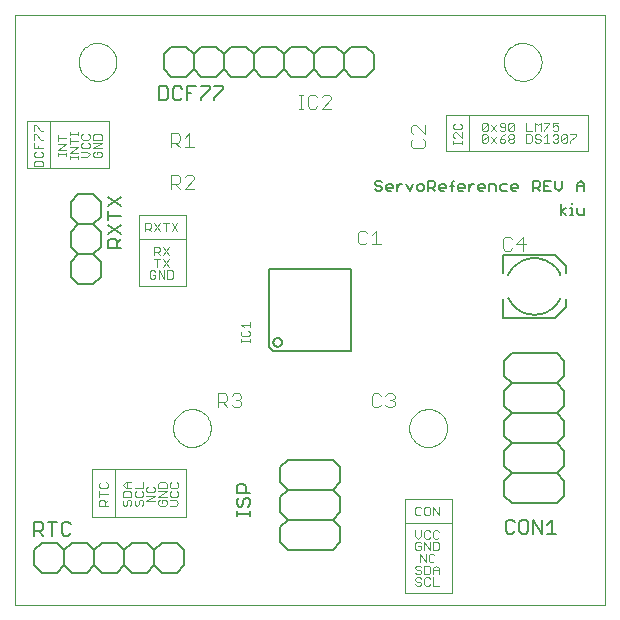
<source format=gto>
G75*
G70*
%OFA0B0*%
%FSLAX24Y24*%
%IPPOS*%
%LPD*%
%AMOC8*
5,1,8,0,0,1.08239X$1,22.5*
%
%ADD10C,0.0000*%
%ADD11C,0.0040*%
%ADD12C,0.0039*%
%ADD13C,0.0060*%
%ADD14C,0.0030*%
%ADD15C,0.0050*%
%ADD16C,0.0080*%
D10*
X000574Y000574D02*
X020259Y000574D01*
X020259Y020259D01*
X000574Y020259D01*
X000574Y000574D01*
X005849Y006479D02*
X005851Y006529D01*
X005857Y006579D01*
X005867Y006628D01*
X005881Y006676D01*
X005898Y006723D01*
X005919Y006768D01*
X005944Y006812D01*
X005972Y006853D01*
X006004Y006892D01*
X006038Y006929D01*
X006075Y006963D01*
X006115Y006993D01*
X006157Y007020D01*
X006201Y007044D01*
X006247Y007065D01*
X006294Y007081D01*
X006342Y007094D01*
X006392Y007103D01*
X006441Y007108D01*
X006492Y007109D01*
X006542Y007106D01*
X006591Y007099D01*
X006640Y007088D01*
X006688Y007073D01*
X006734Y007055D01*
X006779Y007033D01*
X006822Y007007D01*
X006863Y006978D01*
X006902Y006946D01*
X006938Y006911D01*
X006970Y006873D01*
X007000Y006833D01*
X007027Y006790D01*
X007050Y006746D01*
X007069Y006700D01*
X007085Y006652D01*
X007097Y006603D01*
X007105Y006554D01*
X007109Y006504D01*
X007109Y006454D01*
X007105Y006404D01*
X007097Y006355D01*
X007085Y006306D01*
X007069Y006258D01*
X007050Y006212D01*
X007027Y006168D01*
X007000Y006125D01*
X006970Y006085D01*
X006938Y006047D01*
X006902Y006012D01*
X006863Y005980D01*
X006822Y005951D01*
X006779Y005925D01*
X006734Y005903D01*
X006688Y005885D01*
X006640Y005870D01*
X006591Y005859D01*
X006542Y005852D01*
X006492Y005849D01*
X006441Y005850D01*
X006392Y005855D01*
X006342Y005864D01*
X006294Y005877D01*
X006247Y005893D01*
X006201Y005914D01*
X006157Y005938D01*
X006115Y005965D01*
X006075Y005995D01*
X006038Y006029D01*
X006004Y006066D01*
X005972Y006105D01*
X005944Y006146D01*
X005919Y006190D01*
X005898Y006235D01*
X005881Y006282D01*
X005867Y006330D01*
X005857Y006379D01*
X005851Y006429D01*
X005849Y006479D01*
X013723Y006479D02*
X013725Y006529D01*
X013731Y006579D01*
X013741Y006628D01*
X013755Y006676D01*
X013772Y006723D01*
X013793Y006768D01*
X013818Y006812D01*
X013846Y006853D01*
X013878Y006892D01*
X013912Y006929D01*
X013949Y006963D01*
X013989Y006993D01*
X014031Y007020D01*
X014075Y007044D01*
X014121Y007065D01*
X014168Y007081D01*
X014216Y007094D01*
X014266Y007103D01*
X014315Y007108D01*
X014366Y007109D01*
X014416Y007106D01*
X014465Y007099D01*
X014514Y007088D01*
X014562Y007073D01*
X014608Y007055D01*
X014653Y007033D01*
X014696Y007007D01*
X014737Y006978D01*
X014776Y006946D01*
X014812Y006911D01*
X014844Y006873D01*
X014874Y006833D01*
X014901Y006790D01*
X014924Y006746D01*
X014943Y006700D01*
X014959Y006652D01*
X014971Y006603D01*
X014979Y006554D01*
X014983Y006504D01*
X014983Y006454D01*
X014979Y006404D01*
X014971Y006355D01*
X014959Y006306D01*
X014943Y006258D01*
X014924Y006212D01*
X014901Y006168D01*
X014874Y006125D01*
X014844Y006085D01*
X014812Y006047D01*
X014776Y006012D01*
X014737Y005980D01*
X014696Y005951D01*
X014653Y005925D01*
X014608Y005903D01*
X014562Y005885D01*
X014514Y005870D01*
X014465Y005859D01*
X014416Y005852D01*
X014366Y005849D01*
X014315Y005850D01*
X014266Y005855D01*
X014216Y005864D01*
X014168Y005877D01*
X014121Y005893D01*
X014075Y005914D01*
X014031Y005938D01*
X013989Y005965D01*
X013949Y005995D01*
X013912Y006029D01*
X013878Y006066D01*
X013846Y006105D01*
X013818Y006146D01*
X013793Y006190D01*
X013772Y006235D01*
X013755Y006282D01*
X013741Y006330D01*
X013731Y006379D01*
X013725Y006429D01*
X013723Y006479D01*
X016873Y018684D02*
X016875Y018734D01*
X016881Y018784D01*
X016891Y018833D01*
X016905Y018881D01*
X016922Y018928D01*
X016943Y018973D01*
X016968Y019017D01*
X016996Y019058D01*
X017028Y019097D01*
X017062Y019134D01*
X017099Y019168D01*
X017139Y019198D01*
X017181Y019225D01*
X017225Y019249D01*
X017271Y019270D01*
X017318Y019286D01*
X017366Y019299D01*
X017416Y019308D01*
X017465Y019313D01*
X017516Y019314D01*
X017566Y019311D01*
X017615Y019304D01*
X017664Y019293D01*
X017712Y019278D01*
X017758Y019260D01*
X017803Y019238D01*
X017846Y019212D01*
X017887Y019183D01*
X017926Y019151D01*
X017962Y019116D01*
X017994Y019078D01*
X018024Y019038D01*
X018051Y018995D01*
X018074Y018951D01*
X018093Y018905D01*
X018109Y018857D01*
X018121Y018808D01*
X018129Y018759D01*
X018133Y018709D01*
X018133Y018659D01*
X018129Y018609D01*
X018121Y018560D01*
X018109Y018511D01*
X018093Y018463D01*
X018074Y018417D01*
X018051Y018373D01*
X018024Y018330D01*
X017994Y018290D01*
X017962Y018252D01*
X017926Y018217D01*
X017887Y018185D01*
X017846Y018156D01*
X017803Y018130D01*
X017758Y018108D01*
X017712Y018090D01*
X017664Y018075D01*
X017615Y018064D01*
X017566Y018057D01*
X017516Y018054D01*
X017465Y018055D01*
X017416Y018060D01*
X017366Y018069D01*
X017318Y018082D01*
X017271Y018098D01*
X017225Y018119D01*
X017181Y018143D01*
X017139Y018170D01*
X017099Y018200D01*
X017062Y018234D01*
X017028Y018271D01*
X016996Y018310D01*
X016968Y018351D01*
X016943Y018395D01*
X016922Y018440D01*
X016905Y018487D01*
X016891Y018535D01*
X016881Y018584D01*
X016875Y018634D01*
X016873Y018684D01*
X002700Y018684D02*
X002702Y018734D01*
X002708Y018784D01*
X002718Y018833D01*
X002732Y018881D01*
X002749Y018928D01*
X002770Y018973D01*
X002795Y019017D01*
X002823Y019058D01*
X002855Y019097D01*
X002889Y019134D01*
X002926Y019168D01*
X002966Y019198D01*
X003008Y019225D01*
X003052Y019249D01*
X003098Y019270D01*
X003145Y019286D01*
X003193Y019299D01*
X003243Y019308D01*
X003292Y019313D01*
X003343Y019314D01*
X003393Y019311D01*
X003442Y019304D01*
X003491Y019293D01*
X003539Y019278D01*
X003585Y019260D01*
X003630Y019238D01*
X003673Y019212D01*
X003714Y019183D01*
X003753Y019151D01*
X003789Y019116D01*
X003821Y019078D01*
X003851Y019038D01*
X003878Y018995D01*
X003901Y018951D01*
X003920Y018905D01*
X003936Y018857D01*
X003948Y018808D01*
X003956Y018759D01*
X003960Y018709D01*
X003960Y018659D01*
X003956Y018609D01*
X003948Y018560D01*
X003936Y018511D01*
X003920Y018463D01*
X003901Y018417D01*
X003878Y018373D01*
X003851Y018330D01*
X003821Y018290D01*
X003789Y018252D01*
X003753Y018217D01*
X003714Y018185D01*
X003673Y018156D01*
X003630Y018130D01*
X003585Y018108D01*
X003539Y018090D01*
X003491Y018075D01*
X003442Y018064D01*
X003393Y018057D01*
X003343Y018054D01*
X003292Y018055D01*
X003243Y018060D01*
X003193Y018069D01*
X003145Y018082D01*
X003098Y018098D01*
X003052Y018119D01*
X003008Y018143D01*
X002966Y018170D01*
X002926Y018200D01*
X002889Y018234D01*
X002855Y018271D01*
X002823Y018310D01*
X002795Y018351D01*
X002770Y018395D01*
X002749Y018440D01*
X002732Y018487D01*
X002718Y018535D01*
X002708Y018584D01*
X002702Y018634D01*
X002700Y018684D01*
D11*
X001268Y016577D02*
X001221Y016577D01*
X001221Y016390D01*
X001221Y016282D02*
X001268Y016282D01*
X001454Y016095D01*
X001501Y016095D01*
X001361Y015894D02*
X001361Y015801D01*
X001501Y015801D02*
X001221Y015801D01*
X001221Y015988D01*
X001221Y016095D02*
X001221Y016282D01*
X001454Y016390D02*
X001268Y016577D01*
X001454Y016390D02*
X001501Y016390D01*
X002008Y016233D02*
X002008Y016046D01*
X002008Y016140D02*
X002289Y016140D01*
X002402Y016135D02*
X002402Y015948D01*
X002402Y016041D02*
X002682Y016041D01*
X002796Y015941D02*
X002796Y015847D01*
X002842Y015801D01*
X003029Y015801D01*
X003076Y015847D01*
X003076Y015941D01*
X003029Y015988D01*
X003029Y016095D02*
X002842Y016095D01*
X002796Y016142D01*
X002796Y016235D01*
X002842Y016282D01*
X002682Y016289D02*
X002402Y016289D01*
X002402Y016243D02*
X002402Y016336D01*
X002682Y016336D02*
X002682Y016243D01*
X002842Y015988D02*
X002796Y015941D01*
X002682Y015840D02*
X002402Y015840D01*
X002289Y015752D02*
X002008Y015752D01*
X002289Y015938D01*
X002008Y015938D01*
X002008Y015649D02*
X002008Y015555D01*
X002008Y015602D02*
X002289Y015602D01*
X002289Y015555D02*
X002289Y015649D01*
X002402Y015653D02*
X002682Y015840D01*
X002796Y015693D02*
X002982Y015693D01*
X003076Y015599D01*
X002982Y015506D01*
X002796Y015506D01*
X002682Y015504D02*
X002402Y015504D01*
X002402Y015550D02*
X002402Y015457D01*
X002402Y015653D02*
X002682Y015653D01*
X002682Y015550D02*
X002682Y015457D01*
X003189Y015553D02*
X003236Y015506D01*
X003423Y015506D01*
X003470Y015553D01*
X003470Y015646D01*
X003423Y015693D01*
X003329Y015693D01*
X003329Y015599D01*
X003236Y015693D02*
X003189Y015646D01*
X003189Y015553D01*
X003189Y015801D02*
X003470Y015988D01*
X003189Y015988D01*
X003189Y016095D02*
X003189Y016235D01*
X003236Y016282D01*
X003423Y016282D01*
X003470Y016235D01*
X003470Y016095D01*
X003189Y016095D01*
X003076Y016142D02*
X003076Y016235D01*
X003029Y016282D01*
X003076Y016142D02*
X003029Y016095D01*
X003189Y015801D02*
X003470Y015801D01*
X001501Y015646D02*
X001501Y015553D01*
X001454Y015506D01*
X001268Y015506D01*
X001221Y015553D01*
X001221Y015646D01*
X001268Y015693D01*
X001454Y015693D02*
X001501Y015646D01*
X001454Y015398D02*
X001268Y015398D01*
X001221Y015352D01*
X001221Y015211D01*
X001501Y015211D01*
X001501Y015352D01*
X001454Y015398D01*
X004926Y013312D02*
X004926Y013032D01*
X004926Y013126D02*
X005066Y013126D01*
X005112Y013172D01*
X005112Y013266D01*
X005066Y013312D01*
X004926Y013312D01*
X005019Y013126D02*
X005112Y013032D01*
X005220Y013032D02*
X005407Y013312D01*
X005515Y013312D02*
X005702Y013312D01*
X005608Y013312D02*
X005608Y013032D01*
X005407Y013032D02*
X005220Y013312D01*
X005810Y013312D02*
X005996Y013032D01*
X005810Y013032D02*
X005996Y013312D01*
X005702Y012525D02*
X005515Y012245D01*
X005407Y012245D02*
X005314Y012338D01*
X005360Y012338D02*
X005220Y012338D01*
X005220Y012245D02*
X005220Y012525D01*
X005360Y012525D01*
X005407Y012478D01*
X005407Y012385D01*
X005360Y012338D01*
X005314Y012131D02*
X005314Y011851D01*
X005368Y011738D02*
X005554Y011457D01*
X005554Y011738D01*
X005662Y011738D02*
X005802Y011738D01*
X005849Y011691D01*
X005849Y011504D01*
X005802Y011457D01*
X005662Y011457D01*
X005662Y011738D01*
X005702Y011851D02*
X005515Y012131D01*
X005407Y012131D02*
X005220Y012131D01*
X005213Y011738D02*
X005120Y011738D01*
X005073Y011691D01*
X005073Y011504D01*
X005120Y011457D01*
X005213Y011457D01*
X005260Y011504D01*
X005260Y011597D01*
X005166Y011597D01*
X005260Y011691D02*
X005213Y011738D01*
X005368Y011738D02*
X005368Y011457D01*
X005515Y011851D02*
X005702Y012131D01*
X005702Y012245D02*
X005515Y012525D01*
X005775Y014464D02*
X005775Y014924D01*
X006005Y014924D01*
X006082Y014847D01*
X006082Y014694D01*
X006005Y014617D01*
X005775Y014617D01*
X005929Y014617D02*
X006082Y014464D01*
X006236Y014464D02*
X006543Y014771D01*
X006543Y014847D01*
X006466Y014924D01*
X006312Y014924D01*
X006236Y014847D01*
X006236Y014464D02*
X006543Y014464D01*
X006543Y015842D02*
X006236Y015842D01*
X006389Y015842D02*
X006389Y016302D01*
X006236Y016149D01*
X006082Y016225D02*
X006082Y016072D01*
X006005Y015995D01*
X005775Y015995D01*
X005775Y015842D02*
X005775Y016302D01*
X006005Y016302D01*
X006082Y016225D01*
X005929Y015995D02*
X006082Y015842D01*
X010043Y017129D02*
X010196Y017129D01*
X010119Y017129D02*
X010119Y017590D01*
X010043Y017590D02*
X010196Y017590D01*
X010349Y017513D02*
X010349Y017206D01*
X010426Y017129D01*
X010580Y017129D01*
X010656Y017206D01*
X010810Y017129D02*
X011117Y017436D01*
X011117Y017513D01*
X011040Y017590D01*
X010887Y017590D01*
X010810Y017513D01*
X010656Y017513D02*
X010580Y017590D01*
X010426Y017590D01*
X010349Y017513D01*
X010810Y017129D02*
X011117Y017129D01*
X013782Y016505D02*
X013782Y016352D01*
X013859Y016275D01*
X013859Y016122D02*
X013782Y016045D01*
X013782Y015891D01*
X013859Y015815D01*
X014166Y015815D01*
X014243Y015891D01*
X014243Y016045D01*
X014166Y016122D01*
X014243Y016275D02*
X013936Y016582D01*
X013859Y016582D01*
X013782Y016505D01*
X014243Y016582D02*
X014243Y016275D01*
X015197Y016285D02*
X015197Y016192D01*
X015244Y016145D01*
X015197Y016042D02*
X015197Y015949D01*
X015197Y015996D02*
X015477Y015996D01*
X015477Y016042D02*
X015477Y015949D01*
X015477Y016145D02*
X015291Y016332D01*
X015244Y016332D01*
X015197Y016285D01*
X015244Y016440D02*
X015197Y016487D01*
X015197Y016580D01*
X015244Y016627D01*
X015431Y016627D02*
X015477Y016580D01*
X015477Y016487D01*
X015431Y016440D01*
X015244Y016440D01*
X015477Y016332D02*
X015477Y016145D01*
X016145Y016218D02*
X016145Y016032D01*
X016332Y016218D01*
X016332Y016032D01*
X016285Y015985D01*
X016192Y015985D01*
X016145Y016032D01*
X016145Y016218D02*
X016192Y016265D01*
X016285Y016265D01*
X016332Y016218D01*
X016440Y016172D02*
X016626Y015985D01*
X016734Y016032D02*
X016734Y016125D01*
X016874Y016125D01*
X016921Y016078D01*
X016921Y016032D01*
X016874Y015985D01*
X016781Y015985D01*
X016734Y016032D01*
X016734Y016125D02*
X016828Y016218D01*
X016921Y016265D01*
X017029Y016218D02*
X017076Y016265D01*
X017169Y016265D01*
X017216Y016218D01*
X017216Y016172D01*
X017169Y016125D01*
X017076Y016125D01*
X017029Y016172D01*
X017029Y016218D01*
X017076Y016125D02*
X017029Y016078D01*
X017029Y016032D01*
X017076Y015985D01*
X017169Y015985D01*
X017216Y016032D01*
X017216Y016078D01*
X017169Y016125D01*
X017169Y016379D02*
X017076Y016379D01*
X017029Y016425D01*
X017216Y016612D01*
X017216Y016425D01*
X017169Y016379D01*
X017029Y016425D02*
X017029Y016612D01*
X017076Y016659D01*
X017169Y016659D01*
X017216Y016612D01*
X016921Y016612D02*
X016921Y016425D01*
X016874Y016379D01*
X016781Y016379D01*
X016734Y016425D01*
X016781Y016519D02*
X016921Y016519D01*
X016921Y016612D02*
X016874Y016659D01*
X016781Y016659D01*
X016734Y016612D01*
X016734Y016565D01*
X016781Y016519D01*
X016626Y016565D02*
X016440Y016379D01*
X016332Y016425D02*
X016285Y016379D01*
X016192Y016379D01*
X016145Y016425D01*
X016332Y016612D01*
X016332Y016425D01*
X016440Y016565D02*
X016626Y016379D01*
X016626Y016172D02*
X016440Y015985D01*
X016145Y016425D02*
X016145Y016612D01*
X016192Y016659D01*
X016285Y016659D01*
X016332Y016612D01*
X017618Y016659D02*
X017618Y016379D01*
X017805Y016379D01*
X017913Y016379D02*
X017913Y016659D01*
X018006Y016565D01*
X018100Y016659D01*
X018100Y016379D01*
X018207Y016379D02*
X018207Y016425D01*
X018394Y016612D01*
X018394Y016659D01*
X018207Y016659D01*
X018502Y016659D02*
X018502Y016519D01*
X018596Y016565D01*
X018642Y016565D01*
X018689Y016519D01*
X018689Y016425D01*
X018642Y016379D01*
X018549Y016379D01*
X018502Y016425D01*
X018549Y016265D02*
X018502Y016218D01*
X018549Y016265D02*
X018642Y016265D01*
X018689Y016218D01*
X018689Y016172D01*
X018642Y016125D01*
X018689Y016078D01*
X018689Y016032D01*
X018642Y015985D01*
X018549Y015985D01*
X018502Y016032D01*
X018394Y015985D02*
X018207Y015985D01*
X018301Y015985D02*
X018301Y016265D01*
X018207Y016172D01*
X018100Y016218D02*
X018053Y016265D01*
X017959Y016265D01*
X017913Y016218D01*
X017913Y016172D01*
X017959Y016125D01*
X018053Y016125D01*
X018100Y016078D01*
X018100Y016032D01*
X018053Y015985D01*
X017959Y015985D01*
X017913Y016032D01*
X017805Y016032D02*
X017805Y016218D01*
X017758Y016265D01*
X017618Y016265D01*
X017618Y015985D01*
X017758Y015985D01*
X017805Y016032D01*
X018502Y016659D02*
X018689Y016659D01*
X018843Y016265D02*
X018937Y016265D01*
X018984Y016218D01*
X018797Y016032D01*
X018843Y015985D01*
X018937Y015985D01*
X018984Y016032D01*
X018984Y016218D01*
X019091Y016265D02*
X019278Y016265D01*
X019278Y016218D01*
X019091Y016032D01*
X019091Y015985D01*
X018797Y016032D02*
X018797Y016218D01*
X018843Y016265D01*
X018642Y016125D02*
X018596Y016125D01*
X017528Y012857D02*
X017298Y012627D01*
X017605Y012627D01*
X017528Y012397D02*
X017528Y012857D01*
X017145Y012781D02*
X017068Y012857D01*
X016915Y012857D01*
X016838Y012781D01*
X016838Y012474D01*
X016915Y012397D01*
X017068Y012397D01*
X017145Y012474D01*
X012778Y012602D02*
X012471Y012602D01*
X012625Y012602D02*
X012625Y013062D01*
X012471Y012909D01*
X012318Y012985D02*
X012241Y013062D01*
X012088Y013062D01*
X012011Y012985D01*
X012011Y012678D01*
X012088Y012602D01*
X012241Y012602D01*
X012318Y012678D01*
X012545Y007641D02*
X012468Y007564D01*
X012468Y007257D01*
X012545Y007180D01*
X012698Y007180D01*
X012775Y007257D01*
X012929Y007257D02*
X013005Y007180D01*
X013159Y007180D01*
X013236Y007257D01*
X013236Y007334D01*
X013159Y007411D01*
X013082Y007411D01*
X013159Y007411D02*
X013236Y007487D01*
X013236Y007564D01*
X013159Y007641D01*
X013005Y007641D01*
X012929Y007564D01*
X012775Y007564D02*
X012698Y007641D01*
X012545Y007641D01*
X013978Y003864D02*
X013931Y003817D01*
X013931Y003630D01*
X013978Y003583D01*
X014071Y003583D01*
X014118Y003630D01*
X014226Y003630D02*
X014226Y003817D01*
X014273Y003864D01*
X014366Y003864D01*
X014413Y003817D01*
X014413Y003630D01*
X014366Y003583D01*
X014273Y003583D01*
X014226Y003630D01*
X014118Y003817D02*
X014071Y003864D01*
X013978Y003864D01*
X014521Y003864D02*
X014521Y003583D01*
X014707Y003583D02*
X014521Y003864D01*
X014707Y003864D02*
X014707Y003583D01*
X014661Y003076D02*
X014567Y003076D01*
X014521Y003029D01*
X014521Y002843D01*
X014567Y002796D01*
X014661Y002796D01*
X014707Y002843D01*
X014661Y002682D02*
X014521Y002682D01*
X014521Y002402D01*
X014661Y002402D01*
X014707Y002449D01*
X014707Y002636D01*
X014661Y002682D01*
X014413Y002682D02*
X014413Y002402D01*
X014226Y002682D01*
X014226Y002402D01*
X014118Y002449D02*
X014118Y002542D01*
X014025Y002542D01*
X014118Y002449D02*
X014071Y002402D01*
X013978Y002402D01*
X013931Y002449D01*
X013931Y002636D01*
X013978Y002682D01*
X014071Y002682D01*
X014118Y002636D01*
X014025Y002796D02*
X013931Y002889D01*
X013931Y003076D01*
X014118Y003076D02*
X014118Y002889D01*
X014025Y002796D01*
X014226Y002843D02*
X014226Y003029D01*
X014273Y003076D01*
X014366Y003076D01*
X014413Y003029D01*
X014413Y002843D02*
X014366Y002796D01*
X014273Y002796D01*
X014226Y002843D01*
X014661Y003076D02*
X014707Y003029D01*
X014513Y002289D02*
X014420Y002289D01*
X014373Y002242D01*
X014373Y002055D01*
X014420Y002009D01*
X014513Y002009D01*
X014560Y002055D01*
X014614Y001895D02*
X014521Y001802D01*
X014521Y001615D01*
X014521Y001501D02*
X014521Y001221D01*
X014707Y001221D01*
X014413Y001268D02*
X014366Y001221D01*
X014273Y001221D01*
X014226Y001268D01*
X014226Y001455D01*
X014273Y001501D01*
X014366Y001501D01*
X014413Y001455D01*
X014366Y001615D02*
X014413Y001662D01*
X014413Y001848D01*
X014366Y001895D01*
X014226Y001895D01*
X014226Y001615D01*
X014366Y001615D01*
X014521Y001755D02*
X014707Y001755D01*
X014707Y001802D02*
X014707Y001615D01*
X014707Y001802D02*
X014614Y001895D01*
X014560Y002242D02*
X014513Y002289D01*
X014265Y002289D02*
X014265Y002009D01*
X014079Y002289D01*
X014079Y002009D01*
X014071Y001895D02*
X013978Y001895D01*
X013931Y001848D01*
X013931Y001802D01*
X013978Y001755D01*
X014071Y001755D01*
X014118Y001708D01*
X014118Y001662D01*
X014071Y001615D01*
X013978Y001615D01*
X013931Y001662D01*
X013978Y001501D02*
X013931Y001455D01*
X013931Y001408D01*
X013978Y001361D01*
X014071Y001361D01*
X014118Y001315D01*
X014118Y001268D01*
X014071Y001221D01*
X013978Y001221D01*
X013931Y001268D01*
X013978Y001501D02*
X014071Y001501D01*
X014118Y001455D01*
X014118Y001848D02*
X014071Y001895D01*
X008117Y007257D02*
X008041Y007180D01*
X007887Y007180D01*
X007810Y007257D01*
X007657Y007180D02*
X007504Y007334D01*
X007580Y007334D02*
X007350Y007334D01*
X007350Y007180D02*
X007350Y007641D01*
X007580Y007641D01*
X007657Y007564D01*
X007657Y007411D01*
X007580Y007334D01*
X007810Y007564D02*
X007887Y007641D01*
X008041Y007641D01*
X008117Y007564D01*
X008117Y007487D01*
X008041Y007411D01*
X008117Y007334D01*
X008117Y007257D01*
X008041Y007411D02*
X007964Y007411D01*
X005982Y004668D02*
X006029Y004621D01*
X006029Y004528D01*
X005982Y004481D01*
X005795Y004481D01*
X005748Y004528D01*
X005748Y004621D01*
X005795Y004668D01*
X005635Y004621D02*
X005588Y004668D01*
X005401Y004668D01*
X005355Y004621D01*
X005355Y004481D01*
X005635Y004481D01*
X005635Y004621D01*
X005635Y004373D02*
X005355Y004373D01*
X005241Y004381D02*
X005241Y004474D01*
X005195Y004521D01*
X005241Y004381D02*
X005195Y004334D01*
X005008Y004334D01*
X004961Y004381D01*
X004961Y004474D01*
X005008Y004521D01*
X004848Y004481D02*
X004848Y004668D01*
X004848Y004481D02*
X004567Y004481D01*
X004454Y004481D02*
X004267Y004481D01*
X004174Y004575D01*
X004267Y004668D01*
X004454Y004668D01*
X004314Y004668D02*
X004314Y004481D01*
X004407Y004373D02*
X004220Y004373D01*
X004174Y004327D01*
X004174Y004187D01*
X004454Y004187D01*
X004454Y004327D01*
X004407Y004373D01*
X004567Y004327D02*
X004567Y004233D01*
X004614Y004187D01*
X004801Y004187D01*
X004848Y004233D01*
X004848Y004327D01*
X004801Y004373D01*
X004614Y004373D02*
X004567Y004327D01*
X004614Y004079D02*
X004567Y004032D01*
X004567Y003939D01*
X004614Y003892D01*
X004661Y003892D01*
X004707Y003939D01*
X004707Y004032D01*
X004754Y004079D01*
X004801Y004079D01*
X004848Y004032D01*
X004848Y003939D01*
X004801Y003892D01*
X004961Y004039D02*
X005241Y004226D01*
X004961Y004226D01*
X004961Y004039D02*
X005241Y004039D01*
X005355Y004032D02*
X005355Y003939D01*
X005401Y003892D01*
X005588Y003892D01*
X005635Y003939D01*
X005635Y004032D01*
X005588Y004079D01*
X005495Y004079D01*
X005495Y003985D01*
X005401Y004079D02*
X005355Y004032D01*
X005355Y004187D02*
X005635Y004373D01*
X005748Y004327D02*
X005748Y004233D01*
X005795Y004187D01*
X005982Y004187D01*
X006029Y004233D01*
X006029Y004327D01*
X005982Y004373D01*
X005795Y004373D02*
X005748Y004327D01*
X005635Y004187D02*
X005355Y004187D01*
X005748Y004079D02*
X005935Y004079D01*
X006029Y003985D01*
X005935Y003892D01*
X005748Y003892D01*
X004454Y003939D02*
X004407Y003892D01*
X004454Y003939D02*
X004454Y004032D01*
X004407Y004079D01*
X004360Y004079D01*
X004314Y004032D01*
X004314Y003939D01*
X004267Y003892D01*
X004220Y003892D01*
X004174Y003939D01*
X004174Y004032D01*
X004220Y004079D01*
X003666Y004079D02*
X003573Y003985D01*
X003573Y004032D02*
X003573Y003892D01*
X003666Y003892D02*
X003386Y003892D01*
X003386Y004032D01*
X003433Y004079D01*
X003526Y004079D01*
X003573Y004032D01*
X003386Y004187D02*
X003386Y004373D01*
X003386Y004280D02*
X003666Y004280D01*
X003620Y004481D02*
X003433Y004481D01*
X003386Y004528D01*
X003386Y004621D01*
X003433Y004668D01*
X003620Y004668D02*
X003666Y004621D01*
X003666Y004528D01*
X003620Y004481D01*
D12*
X003920Y005101D02*
X003133Y005101D01*
X003133Y003526D01*
X003920Y003526D01*
X006282Y003526D01*
X006282Y005101D01*
X003920Y005101D01*
X003920Y003526D01*
X004708Y011204D02*
X006282Y011204D01*
X006282Y012778D01*
X006282Y013566D01*
X004708Y013566D01*
X004708Y012778D01*
X004708Y011204D01*
X004708Y012778D02*
X006282Y012778D01*
X003723Y015141D02*
X003723Y016715D01*
X001755Y016715D01*
X000967Y016715D01*
X000967Y015141D01*
X001755Y015141D01*
X003723Y015141D01*
X001755Y015141D02*
X001755Y016715D01*
X013566Y004117D02*
X013566Y003330D01*
X013566Y000967D01*
X015141Y000967D01*
X015141Y003330D01*
X015141Y004117D01*
X013566Y004117D01*
X013566Y003330D02*
X015141Y003330D01*
X014944Y015731D02*
X015731Y015731D01*
X015731Y016912D01*
X014944Y016912D01*
X014944Y015731D01*
X015731Y015731D02*
X019668Y015731D01*
X019668Y016912D01*
X015731Y016912D01*
D13*
X015208Y014724D02*
X015151Y014667D01*
X015151Y014383D01*
X015094Y014553D02*
X015208Y014553D01*
X015340Y014553D02*
X015397Y014610D01*
X015510Y014610D01*
X015567Y014553D01*
X015567Y014497D01*
X015340Y014497D01*
X015340Y014553D02*
X015340Y014440D01*
X015397Y014383D01*
X015510Y014383D01*
X015708Y014383D02*
X015708Y014610D01*
X015708Y014497D02*
X015822Y014610D01*
X015878Y014610D01*
X016015Y014553D02*
X016072Y014610D01*
X016185Y014610D01*
X016242Y014553D01*
X016242Y014497D01*
X016015Y014497D01*
X016015Y014553D02*
X016015Y014440D01*
X016072Y014383D01*
X016185Y014383D01*
X016383Y014383D02*
X016383Y014610D01*
X016553Y014610D01*
X016610Y014553D01*
X016610Y014383D01*
X016752Y014440D02*
X016808Y014383D01*
X016979Y014383D01*
X017120Y014440D02*
X017120Y014553D01*
X017177Y014610D01*
X017290Y014610D01*
X017347Y014553D01*
X017347Y014497D01*
X017120Y014497D01*
X017120Y014440D02*
X017177Y014383D01*
X017290Y014383D01*
X016979Y014610D02*
X016808Y014610D01*
X016752Y014553D01*
X016752Y014440D01*
X017857Y014497D02*
X018027Y014497D01*
X018083Y014553D01*
X018083Y014667D01*
X018027Y014724D01*
X017857Y014724D01*
X017857Y014383D01*
X017970Y014497D02*
X018083Y014383D01*
X018225Y014383D02*
X018225Y014724D01*
X018452Y014724D01*
X018593Y014724D02*
X018593Y014497D01*
X018707Y014383D01*
X018820Y014497D01*
X018820Y014724D01*
X018452Y014383D02*
X018225Y014383D01*
X018225Y014553D02*
X018338Y014553D01*
X018777Y013936D02*
X018777Y013596D01*
X018777Y013709D02*
X018948Y013823D01*
X019084Y013823D02*
X019141Y013823D01*
X019141Y013596D01*
X019084Y013596D02*
X019198Y013596D01*
X019330Y013653D02*
X019387Y013596D01*
X019557Y013596D01*
X019557Y013823D01*
X019330Y013823D02*
X019330Y013653D01*
X019141Y013936D02*
X019141Y013993D01*
X019330Y014383D02*
X019330Y014610D01*
X019443Y014724D01*
X019557Y014610D01*
X019557Y014383D01*
X019557Y014553D02*
X019330Y014553D01*
X018777Y013709D02*
X018948Y013596D01*
X014953Y014497D02*
X014726Y014497D01*
X014726Y014553D02*
X014783Y014610D01*
X014896Y014610D01*
X014953Y014553D01*
X014953Y014497D01*
X014896Y014383D02*
X014783Y014383D01*
X014726Y014440D01*
X014726Y014553D01*
X014584Y014553D02*
X014528Y014497D01*
X014358Y014497D01*
X014471Y014497D02*
X014584Y014383D01*
X014584Y014553D02*
X014584Y014667D01*
X014528Y014724D01*
X014358Y014724D01*
X014358Y014383D01*
X014216Y014440D02*
X014216Y014553D01*
X014159Y014610D01*
X014046Y014610D01*
X013989Y014553D01*
X013989Y014440D01*
X014046Y014383D01*
X014159Y014383D01*
X014216Y014440D01*
X013848Y014610D02*
X013734Y014383D01*
X013621Y014610D01*
X013484Y014610D02*
X013427Y014610D01*
X013314Y014497D01*
X013314Y014610D02*
X013314Y014383D01*
X013173Y014497D02*
X012946Y014497D01*
X012946Y014553D02*
X013002Y014610D01*
X013116Y014610D01*
X013173Y014553D01*
X013173Y014497D01*
X013116Y014383D02*
X013002Y014383D01*
X012946Y014440D01*
X012946Y014553D01*
X012804Y014497D02*
X012804Y014440D01*
X012748Y014383D01*
X012634Y014383D01*
X012577Y014440D01*
X012634Y014553D02*
X012748Y014553D01*
X012804Y014497D01*
X012804Y014667D02*
X012748Y014724D01*
X012634Y014724D01*
X012577Y014667D01*
X012577Y014610D01*
X012634Y014553D01*
X011796Y011796D02*
X011796Y009036D01*
X009176Y009036D01*
X009036Y009176D01*
X009036Y011796D01*
X011796Y011796D01*
X009195Y009336D02*
X009197Y009359D01*
X009203Y009382D01*
X009212Y009403D01*
X009225Y009423D01*
X009241Y009440D01*
X009259Y009454D01*
X009279Y009465D01*
X009301Y009473D01*
X009324Y009477D01*
X009348Y009477D01*
X009371Y009473D01*
X009393Y009465D01*
X009413Y009454D01*
X009431Y009440D01*
X009447Y009423D01*
X009460Y009403D01*
X009469Y009382D01*
X009475Y009359D01*
X009477Y009336D01*
X009475Y009313D01*
X009469Y009290D01*
X009460Y009269D01*
X009447Y009249D01*
X009431Y009232D01*
X009413Y009218D01*
X009393Y009207D01*
X009371Y009199D01*
X009348Y009195D01*
X009324Y009195D01*
X009301Y009199D01*
X009279Y009207D01*
X009259Y009218D01*
X009241Y009232D01*
X009225Y009249D01*
X009212Y009269D01*
X009203Y009290D01*
X009197Y009313D01*
X009195Y009336D01*
X009666Y005420D02*
X011166Y005420D01*
X011416Y005170D01*
X011416Y004670D01*
X011166Y004420D01*
X009666Y004420D01*
X009416Y004670D01*
X009416Y005170D01*
X009666Y005420D01*
X009666Y004420D02*
X009416Y004170D01*
X009416Y003670D01*
X009666Y003420D01*
X011166Y003420D01*
X011416Y003670D01*
X011416Y004170D01*
X011166Y004420D01*
X011166Y003420D02*
X011416Y003170D01*
X011416Y002670D01*
X011166Y002420D01*
X009666Y002420D01*
X009416Y002670D01*
X009416Y003170D01*
X009666Y003420D01*
X006223Y002399D02*
X006223Y001899D01*
X005973Y001649D01*
X005473Y001649D01*
X005223Y001899D01*
X004973Y001649D01*
X004473Y001649D01*
X004223Y001899D01*
X003973Y001649D01*
X003473Y001649D01*
X003223Y001899D01*
X002973Y001649D01*
X002473Y001649D01*
X002223Y001899D01*
X001973Y001649D01*
X001473Y001649D01*
X001223Y001899D01*
X001223Y002399D01*
X001473Y002649D01*
X001973Y002649D01*
X002223Y002399D01*
X002473Y002649D01*
X002973Y002649D01*
X003223Y002399D01*
X003223Y001899D01*
X003223Y002399D02*
X003473Y002649D01*
X003973Y002649D01*
X004223Y002399D01*
X004473Y002649D01*
X004973Y002649D01*
X005223Y002399D01*
X005473Y002649D01*
X005973Y002649D01*
X006223Y002399D01*
X005223Y002399D02*
X005223Y001899D01*
X004223Y001899D02*
X004223Y002399D01*
X002223Y002399D02*
X002223Y001899D01*
X002686Y011278D02*
X002436Y011528D01*
X002436Y012028D01*
X002686Y012278D01*
X002436Y012528D01*
X002436Y013028D01*
X002686Y013278D01*
X002436Y013528D01*
X002436Y014028D01*
X002686Y014278D01*
X003186Y014278D01*
X003436Y014028D01*
X003436Y013528D01*
X003186Y013278D01*
X003436Y013028D01*
X003436Y012528D01*
X003186Y012278D01*
X003436Y012028D01*
X003436Y011528D01*
X003186Y011278D01*
X002686Y011278D01*
X002686Y012278D02*
X003186Y012278D01*
X003186Y013278D02*
X002686Y013278D01*
X005788Y018184D02*
X005538Y018434D01*
X005538Y018934D01*
X005788Y019184D01*
X006288Y019184D01*
X006538Y018934D01*
X006788Y019184D01*
X007288Y019184D01*
X007538Y018934D01*
X007788Y019184D01*
X008288Y019184D01*
X008538Y018934D01*
X008788Y019184D01*
X009288Y019184D01*
X009538Y018934D01*
X009788Y019184D01*
X010288Y019184D01*
X010538Y018934D01*
X010788Y019184D01*
X011288Y019184D01*
X011538Y018934D01*
X011788Y019184D01*
X012288Y019184D01*
X012538Y018934D01*
X012538Y018434D01*
X012288Y018184D01*
X011788Y018184D01*
X011538Y018434D01*
X011288Y018184D01*
X010788Y018184D01*
X010538Y018434D01*
X010538Y018934D01*
X010538Y018434D02*
X010288Y018184D01*
X009788Y018184D01*
X009538Y018434D01*
X009288Y018184D01*
X008788Y018184D01*
X008538Y018434D01*
X008288Y018184D01*
X007788Y018184D01*
X007538Y018434D01*
X007538Y018934D01*
X007538Y018434D02*
X007288Y018184D01*
X006788Y018184D01*
X006538Y018434D01*
X006288Y018184D01*
X005788Y018184D01*
X006538Y018434D02*
X006538Y018934D01*
X008538Y018934D02*
X008538Y018434D01*
X009538Y018434D02*
X009538Y018934D01*
X011538Y018934D02*
X011538Y018434D01*
X017147Y008979D02*
X018647Y008979D01*
X018897Y008729D01*
X018897Y008229D01*
X018647Y007979D01*
X017147Y007979D01*
X016897Y008229D01*
X016897Y008729D01*
X017147Y008979D01*
X017147Y007979D02*
X016897Y007729D01*
X016897Y007229D01*
X017147Y006979D01*
X018647Y006979D01*
X018897Y007229D01*
X018897Y007729D01*
X018647Y007979D01*
X018647Y006979D02*
X018897Y006729D01*
X018897Y006229D01*
X018647Y005979D01*
X017147Y005979D01*
X016897Y006229D01*
X016897Y006729D01*
X017147Y006979D01*
X017147Y005979D02*
X016897Y005729D01*
X016897Y005229D01*
X017147Y004979D01*
X018647Y004979D01*
X018897Y005229D01*
X018897Y005729D01*
X018647Y005979D01*
X018647Y004979D02*
X018897Y004729D01*
X018897Y004229D01*
X018647Y003979D01*
X017147Y003979D01*
X016897Y004229D01*
X016897Y004729D01*
X017147Y004979D01*
D14*
X008401Y009341D02*
X008401Y009438D01*
X008401Y009390D02*
X008111Y009390D01*
X008111Y009438D02*
X008111Y009341D01*
X008159Y009538D02*
X008353Y009538D01*
X008401Y009586D01*
X008401Y009683D01*
X008353Y009731D01*
X008401Y009832D02*
X008401Y010026D01*
X008401Y009929D02*
X008111Y009929D01*
X008208Y009832D01*
X008159Y009731D02*
X008111Y009683D01*
X008111Y009586D01*
X008159Y009538D01*
D15*
X004131Y012492D02*
X003681Y012492D01*
X003681Y012717D01*
X003756Y012792D01*
X003906Y012792D01*
X003981Y012717D01*
X003981Y012492D01*
X003981Y012642D02*
X004131Y012792D01*
X004131Y012952D02*
X003681Y013253D01*
X003681Y013413D02*
X003681Y013713D01*
X003681Y013563D02*
X004131Y013563D01*
X004131Y013873D02*
X003681Y014173D01*
X003681Y013873D02*
X004131Y014173D01*
X004131Y013253D02*
X003681Y012952D01*
X005383Y017422D02*
X005609Y017422D01*
X005684Y017497D01*
X005684Y017797D01*
X005609Y017872D01*
X005383Y017872D01*
X005383Y017422D01*
X005844Y017497D02*
X005919Y017422D01*
X006069Y017422D01*
X006144Y017497D01*
X006304Y017422D02*
X006304Y017872D01*
X006604Y017872D01*
X006765Y017872D02*
X007065Y017872D01*
X007065Y017797D01*
X006765Y017497D01*
X006765Y017422D01*
X006454Y017647D02*
X006304Y017647D01*
X006144Y017797D02*
X006069Y017872D01*
X005919Y017872D01*
X005844Y017797D01*
X005844Y017497D01*
X007225Y017497D02*
X007225Y017422D01*
X007225Y017497D02*
X007525Y017797D01*
X007525Y017872D01*
X007225Y017872D01*
X008047Y004619D02*
X008198Y004619D01*
X008273Y004544D01*
X008273Y004319D01*
X008423Y004319D02*
X007972Y004319D01*
X007972Y004544D01*
X008047Y004619D01*
X008047Y004159D02*
X007972Y004084D01*
X007972Y003933D01*
X008047Y003858D01*
X008122Y003858D01*
X008198Y003933D01*
X008198Y004084D01*
X008273Y004159D01*
X008348Y004159D01*
X008423Y004084D01*
X008423Y003933D01*
X008348Y003858D01*
X008423Y003702D02*
X008423Y003551D01*
X008423Y003627D02*
X007972Y003627D01*
X007972Y003702D02*
X007972Y003551D01*
X002439Y003269D02*
X002364Y003344D01*
X002214Y003344D01*
X002139Y003269D01*
X002139Y002969D01*
X002214Y002894D01*
X002364Y002894D01*
X002439Y002969D01*
X001979Y003344D02*
X001679Y003344D01*
X001829Y003344D02*
X001829Y002894D01*
X001519Y002894D02*
X001368Y003044D01*
X001443Y003044D02*
X001218Y003044D01*
X001218Y002894D02*
X001218Y003344D01*
X001443Y003344D01*
X001519Y003269D01*
X001519Y003119D01*
X001443Y003044D01*
X016937Y003036D02*
X017012Y002961D01*
X017162Y002961D01*
X017238Y003036D01*
X017398Y003036D02*
X017473Y002961D01*
X017623Y002961D01*
X017698Y003036D01*
X017698Y003336D01*
X017623Y003411D01*
X017473Y003411D01*
X017398Y003336D01*
X017398Y003036D01*
X017238Y003336D02*
X017162Y003411D01*
X017012Y003411D01*
X016937Y003336D01*
X016937Y003036D01*
X017858Y002961D02*
X017858Y003411D01*
X018158Y002961D01*
X018158Y003411D01*
X018318Y003261D02*
X018469Y003411D01*
X018469Y002961D01*
X018619Y002961D02*
X018318Y002961D01*
D16*
X018586Y010160D02*
X016853Y010160D01*
X016853Y010771D01*
X016853Y011637D02*
X016853Y012247D01*
X018586Y012247D01*
X018940Y011893D01*
X018940Y011637D01*
X018940Y010771D02*
X018940Y010515D01*
X018586Y010160D01*
X018763Y011578D02*
X018737Y011633D01*
X018707Y011686D01*
X018674Y011738D01*
X018638Y011787D01*
X018599Y011833D01*
X018557Y011877D01*
X018512Y011919D01*
X018465Y011957D01*
X018415Y011992D01*
X018363Y012024D01*
X018309Y012052D01*
X018254Y012077D01*
X018196Y012098D01*
X018138Y012116D01*
X018079Y012129D01*
X018019Y012139D01*
X017958Y012145D01*
X017897Y012147D01*
X017836Y012145D01*
X017775Y012139D01*
X017715Y012129D01*
X017656Y012116D01*
X017598Y012098D01*
X017540Y012077D01*
X017485Y012052D01*
X017431Y012024D01*
X017379Y011992D01*
X017329Y011957D01*
X017282Y011919D01*
X017237Y011877D01*
X017195Y011833D01*
X017156Y011787D01*
X017120Y011738D01*
X017087Y011686D01*
X017057Y011633D01*
X017031Y011578D01*
X017031Y010830D02*
X017057Y010775D01*
X017087Y010722D01*
X017120Y010670D01*
X017156Y010621D01*
X017195Y010575D01*
X017237Y010531D01*
X017282Y010489D01*
X017329Y010451D01*
X017379Y010416D01*
X017431Y010384D01*
X017485Y010356D01*
X017540Y010331D01*
X017598Y010310D01*
X017656Y010292D01*
X017715Y010279D01*
X017775Y010269D01*
X017836Y010263D01*
X017897Y010261D01*
X017958Y010263D01*
X018019Y010269D01*
X018079Y010279D01*
X018138Y010292D01*
X018196Y010310D01*
X018254Y010331D01*
X018309Y010356D01*
X018363Y010384D01*
X018415Y010416D01*
X018465Y010451D01*
X018512Y010489D01*
X018557Y010531D01*
X018599Y010575D01*
X018638Y010621D01*
X018674Y010670D01*
X018707Y010722D01*
X018737Y010775D01*
X018763Y010830D01*
M02*

</source>
